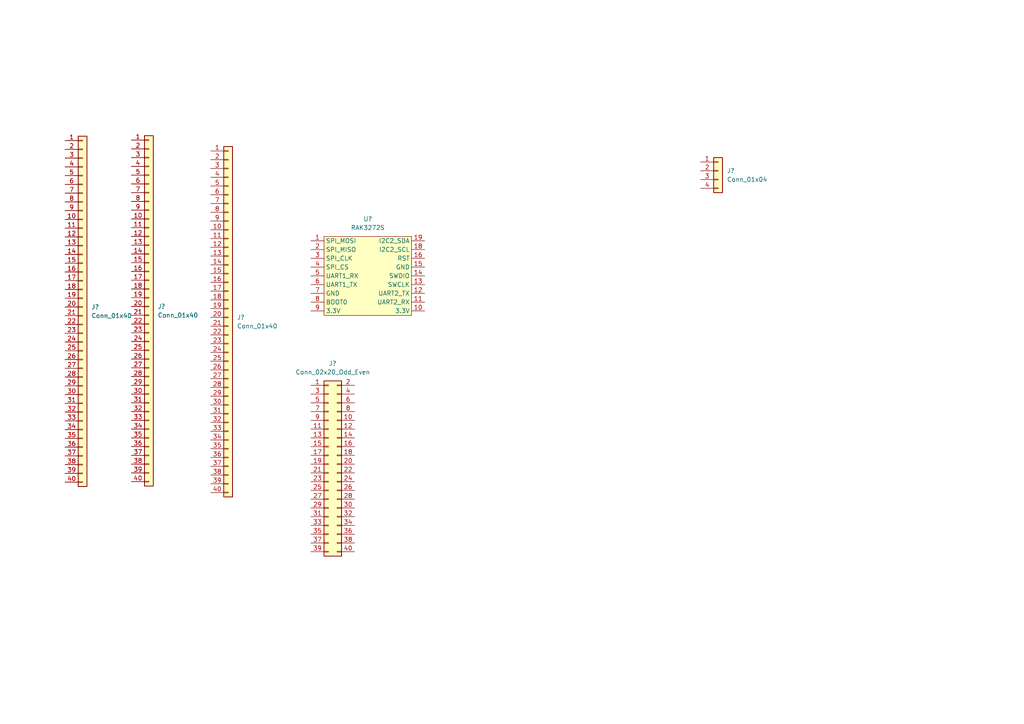
<source format=kicad_sch>
(kicad_sch (version 20211123) (generator eeschema)
  (paper "A4")
  (title_block (title "STM32MP135D-Odyssey LoRA and LCD backpack") (rev "A"))
  (lib_symbols
    (symbol "Connector_Generic:Conn_01x04" (pin_names (offset 1.016) hide)
      (property "Reference" "J" (at 0 5.08 0))
      (property "Value" "Conn_01x04" (at 0 -7.62 0))
      (symbol "Conn_01x04_1_1"
        (rectangle (start -1.27 -4.953) (end 0 -5.207) (stroke (width 0.1524)))
        (rectangle (start -1.27 -2.413) (end 0 -2.667) (stroke (width 0.1524)))
        (rectangle (start -1.27 0.127) (end 0 -0.127) (stroke (width 0.1524)))
        (rectangle (start -1.27 2.667) (end 0 2.413) (stroke (width 0.1524)))
        (rectangle (start -1.27 3.81) (end 1.27 -6.35) (stroke (width 0.254)) (fill (type background)))
        (pin passive line (at -5.08 2.54 0) (length 3.81) (name "Pin_1") (number "1"))
        (pin passive line (at -5.08 0 0) (length 3.81) (name "Pin_2") (number "2"))
        (pin passive line (at -5.08 -2.54 0) (length 3.81) (name "Pin_3") (number "3"))
        (pin passive line (at -5.08 -5.08 0) (length 3.81) (name "Pin_4") (number "4"))
      )
    )
    (symbol "Connector_Generic:Conn_01x40" (pin_names (offset 1.016) hide)
      (property "Reference" "J" (at 0 50.8 0))
      (property "Value" "Conn_01x40" (at 0 -53.34 0))
      (symbol "Conn_01x40_1_1"
        (rectangle (start -1.27 -50.673) (end 0 -50.927) (stroke (width 0.1524)))
        (rectangle (start -1.27 -48.133) (end 0 -48.387) (stroke (width 0.1524)))
        (rectangle (start -1.27 -45.593) (end 0 -45.847) (stroke (width 0.1524)))
        (rectangle (start -1.27 -43.053) (end 0 -43.307) (stroke (width 0.1524)))
        (rectangle (start -1.27 -40.513) (end 0 -40.767) (stroke (width 0.1524)))
        (rectangle (start -1.27 -37.973) (end 0 -38.227) (stroke (width 0.1524)))
        (rectangle (start -1.27 -35.433) (end 0 -35.687) (stroke (width 0.1524)))
        (rectangle (start -1.27 -32.893) (end 0 -33.147) (stroke (width 0.1524)))
        (rectangle (start -1.27 -30.353) (end 0 -30.607) (stroke (width 0.1524)))
        (rectangle (start -1.27 -27.813) (end 0 -28.067) (stroke (width 0.1524)))
        (rectangle (start -1.27 -25.273) (end 0 -25.527) (stroke (width 0.1524)))
        (rectangle (start -1.27 -22.733) (end 0 -22.987) (stroke (width 0.1524)))
        (rectangle (start -1.27 -20.193) (end 0 -20.447) (stroke (width 0.1524)))
        (rectangle (start -1.27 -17.653) (end 0 -17.907) (stroke (width 0.1524)))
        (rectangle (start -1.27 -15.113) (end 0 -15.367) (stroke (width 0.1524)))
        (rectangle (start -1.27 -12.573) (end 0 -12.827) (stroke (width 0.1524)))
        (rectangle (start -1.27 -10.033) (end 0 -10.287) (stroke (width 0.1524)))
        (rectangle (start -1.27 -7.493) (end 0 -7.747) (stroke (width 0.1524)))
        (rectangle (start -1.27 -4.953) (end 0 -5.207) (stroke (width 0.1524)))
        (rectangle (start -1.27 -2.413) (end 0 -2.667) (stroke (width 0.1524)))
        (rectangle (start -1.27 0.127) (end 0 -0.127) (stroke (width 0.1524)))
        (rectangle (start -1.27 2.667) (end 0 2.413) (stroke (width 0.1524)))
        (rectangle (start -1.27 5.207) (end 0 4.953) (stroke (width 0.1524)))
        (rectangle (start -1.27 7.747) (end 0 7.493) (stroke (width 0.1524)))
        (rectangle (start -1.27 10.287) (end 0 10.033) (stroke (width 0.1524)))
        (rectangle (start -1.27 12.827) (end 0 12.573) (stroke (width 0.1524)))
        (rectangle (start -1.27 15.367) (end 0 15.113) (stroke (width 0.1524)))
        (rectangle (start -1.27 17.907) (end 0 17.653) (stroke (width 0.1524)))
        (rectangle (start -1.27 20.447) (end 0 20.193) (stroke (width 0.1524)))
        (rectangle (start -1.27 22.987) (end 0 22.733) (stroke (width 0.1524)))
        (rectangle (start -1.27 25.527) (end 0 25.273) (stroke (width 0.1524)))
        (rectangle (start -1.27 28.067) (end 0 27.813) (stroke (width 0.1524)))
        (rectangle (start -1.27 30.607) (end 0 30.353) (stroke (width 0.1524)))
        (rectangle (start -1.27 33.147) (end 0 32.893) (stroke (width 0.1524)))
        (rectangle (start -1.27 35.687) (end 0 35.433) (stroke (width 0.1524)))
        (rectangle (start -1.27 38.227) (end 0 37.973) (stroke (width 0.1524)))
        (rectangle (start -1.27 40.767) (end 0 40.513) (stroke (width 0.1524)))
        (rectangle (start -1.27 43.307) (end 0 43.053) (stroke (width 0.1524)))
        (rectangle (start -1.27 45.847) (end 0 45.593) (stroke (width 0.1524)))
        (rectangle (start -1.27 48.387) (end 0 48.133) (stroke (width 0.1524)))
        (rectangle (start -1.27 49.53) (end 1.27 -52.07) (stroke (width 0.254)) (fill (type background)))
        (pin passive line (at -5.08 48.26 0) (length 3.81) (name "Pin_1") (number "1"))
        (pin passive line (at -5.08 25.4 0) (length 3.81) (name "Pin_10") (number "10"))
        (pin passive line (at -5.08 22.86 0) (length 3.81) (name "Pin_11") (number "11"))
        (pin passive line (at -5.08 20.32 0) (length 3.81) (name "Pin_12") (number "12"))
        (pin passive line (at -5.08 17.78 0) (length 3.81) (name "Pin_13") (number "13"))
        (pin passive line (at -5.08 15.24 0) (length 3.81) (name "Pin_14") (number "14"))
        (pin passive line (at -5.08 12.7 0) (length 3.81) (name "Pin_15") (number "15"))
        (pin passive line (at -5.08 10.16 0) (length 3.81) (name "Pin_16") (number "16"))
        (pin passive line (at -5.08 7.62 0) (length 3.81) (name "Pin_17") (number "17"))
        (pin passive line (at -5.08 5.08 0) (length 3.81) (name "Pin_18") (number "18"))
        (pin passive line (at -5.08 2.54 0) (length 3.81) (name "Pin_19") (number "19"))
        (pin passive line (at -5.08 45.72 0) (length 3.81) (name "Pin_2") (number "2"))
        (pin passive line (at -5.08 0 0) (length 3.81) (name "Pin_20") (number "20"))
        (pin passive line (at -5.08 -2.54 0) (length 3.81) (name "Pin_21") (number "21"))
        (pin passive line (at -5.08 -5.08 0) (length 3.81) (name "Pin_22") (number "22"))
        (pin passive line (at -5.08 -7.62 0) (length 3.81) (name "Pin_23") (number "23"))
        (pin passive line (at -5.08 -10.16 0) (length 3.81) (name "Pin_24") (number "24"))
        (pin passive line (at -5.08 -12.7 0) (length 3.81) (name "Pin_25") (number "25"))
        (pin passive line (at -5.08 -15.24 0) (length 3.81) (name "Pin_26") (number "26"))
        (pin passive line (at -5.08 -17.78 0) (length 3.81) (name "Pin_27") (number "27"))
        (pin passive line (at -5.08 -20.32 0) (length 3.81) (name "Pin_28") (number "28"))
        (pin passive line (at -5.08 -22.86 0) (length 3.81) (name "Pin_29") (number "29"))
        (pin passive line (at -5.08 43.18 0) (length 3.81) (name "Pin_3") (number "3"))
        (pin passive line (at -5.08 -25.4 0) (length 3.81) (name "Pin_30") (number "30"))
        (pin passive line (at -5.08 -27.94 0) (length 3.81) (name "Pin_31") (number "31"))
        (pin passive line (at -5.08 -30.48 0) (length 3.81) (name "Pin_32") (number "32"))
        (pin passive line (at -5.08 -33.02 0) (length 3.81) (name "Pin_33") (number "33"))
        (pin passive line (at -5.08 -35.56 0) (length 3.81) (name "Pin_34") (number "34"))
        (pin passive line (at -5.08 -38.1 0) (length 3.81) (name "Pin_35") (number "35"))
        (pin passive line (at -5.08 -40.64 0) (length 3.81) (name "Pin_36") (number "36"))
        (pin passive line (at -5.08 -43.18 0) (length 3.81) (name "Pin_37") (number "37"))
        (pin passive line (at -5.08 -45.72 0) (length 3.81) (name "Pin_38") (number "38"))
        (pin passive line (at -5.08 -48.26 0) (length 3.81) (name "Pin_39") (number "39"))
        (pin passive line (at -5.08 40.64 0) (length 3.81) (name "Pin_4") (number "4"))
        (pin passive line (at -5.08 -50.8 0) (length 3.81) (name "Pin_40") (number "40"))
        (pin passive line (at -5.08 38.1 0) (length 3.81) (name "Pin_5") (number "5"))
        (pin passive line (at -5.08 35.56 0) (length 3.81) (name "Pin_6") (number "6"))
        (pin passive line (at -5.08 33.02 0) (length 3.81) (name "Pin_7") (number "7"))
        (pin passive line (at -5.08 30.48 0) (length 3.81) (name "Pin_8") (number "8"))
        (pin passive line (at -5.08 27.94 0) (length 3.81) (name "Pin_9") (number "9"))
      )
    )
    (symbol "Connector_Generic:Conn_02x20_Odd_Even" (pin_names (offset 1.016) hide)
      (property "Reference" "J" (at 1.27 25.4 0))
      (property "Value" "Conn_02x20_Odd_Even" (at 1.27 -27.94 0))
      (symbol "Conn_02x20_Odd_Even_1_1"
        (rectangle (start -1.27 -25.273) (end 0 -25.527) (stroke (width 0.1524)))
        (rectangle (start -1.27 -22.733) (end 0 -22.987) (stroke (width 0.1524)))
        (rectangle (start -1.27 -20.193) (end 0 -20.447) (stroke (width 0.1524)))
        (rectangle (start -1.27 -17.653) (end 0 -17.907) (stroke (width 0.1524)))
        (rectangle (start -1.27 -15.113) (end 0 -15.367) (stroke (width 0.1524)))
        (rectangle (start -1.27 -12.573) (end 0 -12.827) (stroke (width 0.1524)))
        (rectangle (start -1.27 -10.033) (end 0 -10.287) (stroke (width 0.1524)))
        (rectangle (start -1.27 -7.493) (end 0 -7.747) (stroke (width 0.1524)))
        (rectangle (start -1.27 -4.953) (end 0 -5.207) (stroke (width 0.1524)))
        (rectangle (start -1.27 -2.413) (end 0 -2.667) (stroke (width 0.1524)))
        (rectangle (start -1.27 0.127) (end 0 -0.127) (stroke (width 0.1524)))
        (rectangle (start -1.27 2.667) (end 0 2.413) (stroke (width 0.1524)))
        (rectangle (start -1.27 5.207) (end 0 4.953) (stroke (width 0.1524)))
        (rectangle (start -1.27 7.747) (end 0 7.493) (stroke (width 0.1524)))
        (rectangle (start -1.27 10.287) (end 0 10.033) (stroke (width 0.1524)))
        (rectangle (start -1.27 12.827) (end 0 12.573) (stroke (width 0.1524)))
        (rectangle (start -1.27 15.367) (end 0 15.113) (stroke (width 0.1524)))
        (rectangle (start -1.27 17.907) (end 0 17.653) (stroke (width 0.1524)))
        (rectangle (start -1.27 20.447) (end 0 20.193) (stroke (width 0.1524)))
        (rectangle (start -1.27 22.987) (end 0 22.733) (stroke (width 0.1524)))
        (rectangle (start -1.27 24.13) (end 3.81 -26.67) (stroke (width 0.254)) (fill (type background)))
        (rectangle (start 3.81 -25.273) (end 2.54 -25.527) (stroke (width 0.1524)))
        (rectangle (start 3.81 -22.733) (end 2.54 -22.987) (stroke (width 0.1524)))
        (rectangle (start 3.81 -20.193) (end 2.54 -20.447) (stroke (width 0.1524)))
        (rectangle (start 3.81 -17.653) (end 2.54 -17.907) (stroke (width 0.1524)))
        (rectangle (start 3.81 -15.113) (end 2.54 -15.367) (stroke (width 0.1524)))
        (rectangle (start 3.81 -12.573) (end 2.54 -12.827) (stroke (width 0.1524)))
        (rectangle (start 3.81 -10.033) (end 2.54 -10.287) (stroke (width 0.1524)))
        (rectangle (start 3.81 -7.493) (end 2.54 -7.747) (stroke (width 0.1524)))
        (rectangle (start 3.81 -4.953) (end 2.54 -5.207) (stroke (width 0.1524)))
        (rectangle (start 3.81 -2.413) (end 2.54 -2.667) (stroke (width 0.1524)))
        (rectangle (start 3.81 0.127) (end 2.54 -0.127) (stroke (width 0.1524)))
        (rectangle (start 3.81 2.667) (end 2.54 2.413) (stroke (width 0.1524)))
        (rectangle (start 3.81 5.207) (end 2.54 4.953) (stroke (width 0.1524)))
        (rectangle (start 3.81 7.747) (end 2.54 7.493) (stroke (width 0.1524)))
        (rectangle (start 3.81 10.287) (end 2.54 10.033) (stroke (width 0.1524)))
        (rectangle (start 3.81 12.827) (end 2.54 12.573) (stroke (width 0.1524)))
        (rectangle (start 3.81 15.367) (end 2.54 15.113) (stroke (width 0.1524)))
        (rectangle (start 3.81 17.907) (end 2.54 17.653) (stroke (width 0.1524)))
        (rectangle (start 3.81 20.447) (end 2.54 20.193) (stroke (width 0.1524)))
        (rectangle (start 3.81 22.987) (end 2.54 22.733) (stroke (width 0.1524)))
        (pin passive line (at -5.08 22.86 0) (length 3.81) (name "Pin_1") (number "1"))
        (pin passive line (at 7.62 12.7 180) (length 3.81) (name "Pin_10") (number "10"))
        (pin passive line (at -5.08 10.16 0) (length 3.81) (name "Pin_11") (number "11"))
        (pin passive line (at 7.62 10.16 180) (length 3.81) (name "Pin_12") (number "12"))
        (pin passive line (at -5.08 7.62 0) (length 3.81) (name "Pin_13") (number "13"))
        (pin passive line (at 7.62 7.62 180) (length 3.81) (name "Pin_14") (number "14"))
        (pin passive line (at -5.08 5.08 0) (length 3.81) (name "Pin_15") (number "15"))
        (pin passive line (at 7.62 5.08 180) (length 3.81) (name "Pin_16") (number "16"))
        (pin passive line (at -5.08 2.54 0) (length 3.81) (name "Pin_17") (number "17"))
        (pin passive line (at 7.62 2.54 180) (length 3.81) (name "Pin_18") (number "18"))
        (pin passive line (at -5.08 0 0) (length 3.81) (name "Pin_19") (number "19"))
        (pin passive line (at 7.62 22.86 180) (length 3.81) (name "Pin_2") (number "2"))
        (pin passive line (at 7.62 0 180) (length 3.81) (name "Pin_20") (number "20"))
        (pin passive line (at -5.08 -2.54 0) (length 3.81) (name "Pin_21") (number "21"))
        (pin passive line (at 7.62 -2.54 180) (length 3.81) (name "Pin_22") (number "22"))
        (pin passive line (at -5.08 -5.08 0) (length 3.81) (name "Pin_23") (number "23"))
        (pin passive line (at 7.62 -5.08 180) (length 3.81) (name "Pin_24") (number "24"))
        (pin passive line (at -5.08 -7.62 0) (length 3.81) (name "Pin_25") (number "25"))
        (pin passive line (at 7.62 -7.62 180) (length 3.81) (name "Pin_26") (number "26"))
        (pin passive line (at -5.08 -10.16 0) (length 3.81) (name "Pin_27") (number "27"))
        (pin passive line (at 7.62 -10.16 180) (length 3.81) (name "Pin_28") (number "28"))
        (pin passive line (at -5.08 -12.7 0) (length 3.81) (name "Pin_29") (number "29"))
        (pin passive line (at -5.08 20.32 0) (length 3.81) (name "Pin_3") (number "3"))
        (pin passive line (at 7.62 -12.7 180) (length 3.81) (name "Pin_30") (number "30"))
        (pin passive line (at -5.08 -15.24 0) (length 3.81) (name "Pin_31") (number "31"))
        (pin passive line (at 7.62 -15.24 180) (length 3.81) (name "Pin_32") (number "32"))
        (pin passive line (at -5.08 -17.78 0) (length 3.81) (name "Pin_33") (number "33"))
        (pin passive line (at 7.62 -17.78 180) (length 3.81) (name "Pin_34") (number "34"))
        (pin passive line (at -5.08 -20.32 0) (length 3.81) (name "Pin_35") (number "35"))
        (pin passive line (at 7.62 -20.32 180) (length 3.81) (name "Pin_36") (number "36"))
        (pin passive line (at -5.08 -22.86 0) (length 3.81) (name "Pin_37") (number "37"))
        (pin passive line (at 7.62 -22.86 180) (length 3.81) (name "Pin_38") (number "38"))
        (pin passive line (at -5.08 -25.4 0) (length 3.81) (name "Pin_39") (number "39"))
        (pin passive line (at 7.62 20.32 180) (length 3.81) (name "Pin_4") (number "4"))
        (pin passive line (at 7.62 -25.4 180) (length 3.81) (name "Pin_40") (number "40"))
        (pin passive line (at -5.08 17.78 0) (length 3.81) (name "Pin_5") (number "5"))
        (pin passive line (at 7.62 17.78 180) (length 3.81) (name "Pin_6") (number "6"))
        (pin passive line (at -5.08 15.24 0) (length 3.81) (name "Pin_7") (number "7"))
        (pin passive line (at 7.62 15.24 180) (length 3.81) (name "Pin_8") (number "8"))
        (pin passive line (at -5.08 12.7 0) (length 3.81) (name "Pin_9") (number "9"))
      )
    )
    (symbol "RAK:RAK3272S"
      (property "Reference" "U" (at 8.89 -15.24 0))
      (property "Value" "RAK3272S" (at 0 10.16 0))
      (symbol "RAK3272S_0_1"
        (rectangle (start -12.7 8.89) (end 12.7 -13.97) (fill (type background)))
      )
      (symbol "RAK3272S_1_1"
        (pin passive line (at -16.51 7.62 0) (length 3.81) (name "SPI_MOSI") (number "1"))
        (pin passive line (at 16.51 -12.7 180) (length 3.81) (name "3.3V") (number "10"))
        (pin passive line (at 16.51 -10.16 180) (length 3.81) (name "UART2_RX") (number "11"))
        (pin passive line (at 16.51 -7.62 180) (length 3.81) (name "UART2_TX") (number "12"))
        (pin passive line (at 16.51 -5.08 180) (length 3.81) (name "SWCLK") (number "13"))
        (pin passive line (at 16.51 -2.54 180) (length 3.81) (name "SWDIO") (number "14"))
        (pin passive line (at 16.51 0 180) (length 3.81) (name "GND") (number "15"))
        (pin passive line (at 16.51 2.54 180) (length 3.81) (name "RST") (number "16"))
        (pin passive line (at 16.51 5.08 180) (length 3.81) (name "I2C2_SCL") (number "18"))
        (pin passive line (at 16.51 7.62 180) (length 3.81) (name "I2C2_SDA") (number "19"))
        (pin passive line (at -16.51 5.08 0) (length 3.81) (name "SPI_MISO") (number "2"))
        (pin passive line (at -16.51 2.54 0) (length 3.81) (name "SPI_CLK") (number "3"))
        (pin passive line (at -16.51 0 0) (length 3.81) (name "SPI_CS") (number "4"))
        (pin passive line (at -16.51 -2.54 0) (length 3.81) (name "UART1_RX") (number "5"))
        (pin passive line (at -16.51 -5.08 0) (length 3.81) (name "UART1_TX") (number "6"))
        (pin passive line (at -16.51 -7.62 0) (length 3.81) (name "GND") (number "7"))
        (pin passive line (at -16.51 -10.16 0) (length 3.81) (name "BOOT0") (number "8"))
        (pin passive line (at -16.51 -12.7 0) (length 3.81) (name "3.3V") (number "9"))
      )
    )
  )
  (symbol (lib_id "Connector_Generic:Conn_01x40") (at 23.9502 89.0355 0) (unit 1)
    (property "Reference" "J?" (at 26.4902 89.0354 0) (effects (justify left)))
    (property "Value" "Conn_01x40" (at 26.4902 91.5754 0) (effects (justify left)))
  )
  (symbol (lib_id "Connector_Generic:Conn_02x20_Odd_Even") (at 95.25 134.62 0) (unit 1)
    (property "Reference" "J?" (at 96.52 105.41 0))
    (property "Value" "Conn_02x20_Odd_Even" (at 96.52 107.95 0))
    (property "Footprint" "Connector_PinHeader_2.54mm:PinHeader_2x20_P2.54mm_Vertical" (effects hide))
  )
  (symbol (lib_id "Connector_Generic:Conn_01x40") (at 66.1769 92.0517 0) (unit 1)
    (property "Reference" "J?" (at 68.7169 92.0516 0) (effects (justify left)))
    (property "Value" "Conn_01x40" (at 68.7169 94.5916 0) (effects (justify left)))
  )
  (symbol (lib_id "Connector_Generic:Conn_01x40") (at 43.18 88.9 0) (unit 1)
    (property "Reference" "J?" (at 45.72 88.8999 0) (effects (justify left)))
    (property "Value" "Conn_01x40" (at 45.72 91.4399 0) (effects (justify left)))
  )
  (symbol (lib_id "Connector_Generic:Conn_01x04") (at 208.28 49.53 0) (unit 1)
    (property "Reference" "J?" (at 210.82 49.5299 0) (effects (justify left)))
    (property "Value" "Conn_01x04" (at 210.82 52.0699 0) (effects (justify left)))
    (property "Footprint" "Connector_PinHeader_2.54mm:PinHeader_1x04_P2.54mm_Vertical" (effects hide))
  )
  (symbol (lib_id "RAK:RAK3272S") (at 106.68 77.47 0) (unit 1)
    (property "Reference" "U?" (at 106.68 63.5 0))
    (property "Value" "RAK3272S" (at 106.68 66.04 0))
    (property "Footprint" "RAK:RAK3272S" (effects hide))
  )
)
</source>
